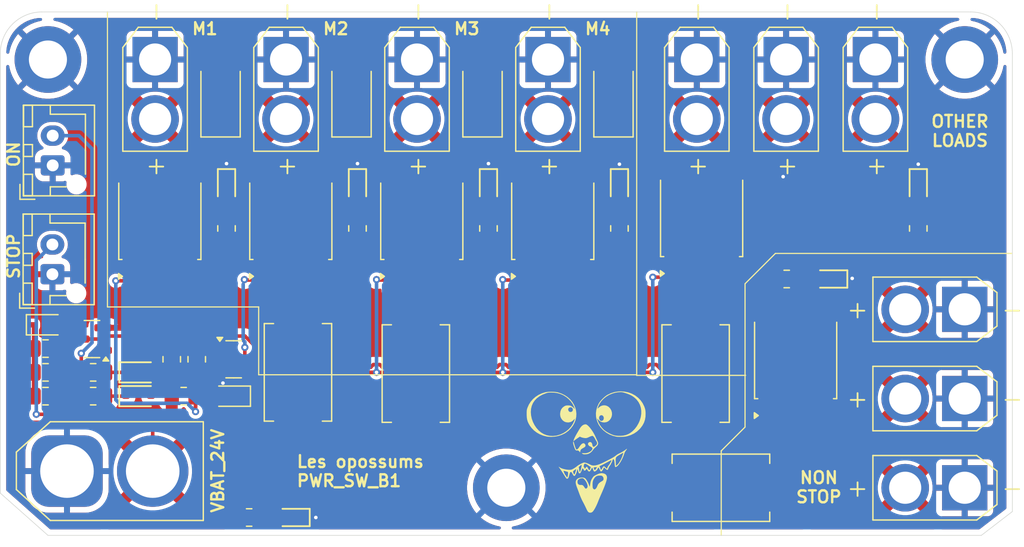
<source format=kicad_pcb>
(kicad_pcb (version 20241229) (generator "pcbnew") (generator_version "9.0")
  (layers (0 "F.Cu" signal) (2 "B.Cu" signal) (13 "F.Paste" user) (15 "B.Paste" user) (5 "F.SilkS" user "F.Silkscreen") (7 "B.SilkS" user "B.Silkscreen") (1 "F.Mask" user) (3 "B.Mask" user) (25 "Edge.Cuts" user))
  (net 0 "")
  (net 1 "Net-(AU101-Pin_2)")
  (net 2 "/STOP")
  (net 3 "Net-(Q101-G)")
  (net 4 "/VMOTOR1")
  (net 5 "/VMOTOR2")
  (net 6 "/VMOTOR3")
  (net 7 "/24V_1")
  (net 8 "/24V_2")
  (net 9 "/VMOTOR4")
  (net 10 "Net-(D108-Pad2)")
  (net 11 "/24V_3")
  (net 12 "VBAT")
  (net 13 "Net-(ON/OFF101-Pin_2)")
  (net 14 "/ON")
  (net 15 "/VSYS1")
  (net 16 "GND")
  (net 17 "/VSYS2")
  (net 18 "/GATE_EN")
  (net 19 "/24V_4")
  (net 20 "Net-(D109-Pad2)")
  (net 21 "Net-(D110-Pad2)")
  (net 22 "Net-(D111-Pad2)")
  (net 23 "Net-(D112-Pad2)")
  (net 24 "Net-(D113-A)")
  (net 25 "Net-(D114-Pad2)")
  (net 26 "Net-(D115-Pad2)")
  (footprint "Resistor_SMD:R_0805_2012Metric_Pad1.20x1.40mm_HandSolder" (layer "F.Cu") (at 166.05 122.45)
    (property "Reference" "R113" (hide yes))
    (property "Value" "10k")
    (pad "1" smd roundrect (at -1 0) (size 1.2 1.4) (layers "F.Cu" "F.Mask" "F.Paste") (roundrect_rratio 0.208333) (net 15 "/VSYS1"))
    (pad "2" smd roundrect (at 1 0) (size 1.2 1.4) (layers "F.Cu" "F.Mask" "F.Paste") (roundrect_rratio 0.208333) (net 23 "Net-(D112-Pad2)"))
  )
  (footprint "Connector_AMASS:AMASS_XT30U-F_1x02_P5.0mm_Vertical" (layer "F.Cu") (at 173.5 104 -90)
    (property "Reference" "xt30-motor107" (hide yes))
    (property "Value" "Conn_01x02_Pin" (hide yes))
    (fp_text user "-" (at -4 0 90) (layer "F.SilkS") (effects (font (size 1.5 1.5))))
    (fp_text user "+" (at 9 0 90) (layer "F.SilkS") (effects (font (size 1.5 1.5))))
    (pad "1" thru_hole rect (at 0 0 270) (size 3.8 3.8) (drill 2.7) (layers "*.Cu" "*.Mask") (net 16 "GND"))
    (pad "2" thru_hole circle (at 5 0 270) (size 4 4) (drill 2.7) (layers "*.Cu" "*.Mask") (net 17 "/VSYS2"))
  )
  (footprint "Diode_SMD:D_SMA" (layer "F.Cu") (at 151.5 107 90)
    (property "Reference" "D107" (hide yes))
    (property "Value" "D")
    (pad "1" smd roundrect (at -2 0 90) (size 2.5 1.8) (layers "F.Cu" "F.Mask" "F.Paste") (roundrect_rratio 0.1388888889) (net 9 "/VMOTOR4"))
    (pad "2" smd roundrect (at 2 0 90) (size 2.5 1.8) (layers "F.Cu" "F.Mask" "F.Paste") (roundrect_rratio 0.1388888889) (net 16 "GND"))
  )
  (footprint "PCM_JLCPCB:D_0603" (layer "F.Cu") (at 169.65 122.45 180)
    (property "Reference" "D112" (hide yes))
    (property "Value" "Red")
    (pad "1" smd roundrect (at -0.79 0 180) (size 0.88 0.95) (layers "F.Cu" "F.Mask" "F.Paste") (net 16 "GND"))
    (pad "2" smd roundrect (at 0.79 0 180) (size 0.88 0.95) (layers "F.Cu" "F.Mask" "F.Paste") (net 23 "Net-(D112-Pad2)"))
  )
  (footprint "Resistor_SMD:R_0805_2012Metric_Pad1.20x1.40mm_HandSolder" (layer "F.Cu") (at 114.4 129.2 90)
    (property "Reference" "R101" (hide yes))
    (property "Value" "10k" (hide yes))
    (pad "1" smd roundrect (at -1 0 90) (size 1.2 1.4) (layers "F.Cu" "F.Mask" "F.Paste") (roundrect_rratio 0.208333) (net 12 "VBAT"))
    (pad "2" smd roundrect (at 1 0 90) (size 1.2 1.4) (layers "F.Cu" "F.Mask" "F.Paste") (roundrect_rratio 0.208333) (net 3 "Net-(Q101-G)"))
  )
  (footprint "Resistor_SMD:R_0805_2012Metric_Pad1.20x1.40mm_HandSolder" (layer "F.Cu") (at 116.5 129.2 -90)
    (property "Reference" "R102" (hide yes))
    (property "Value" "10k")
    (pad "1" smd roundrect (at -1 0 270) (size 1.2 1.4) (layers "F.Cu" "F.Mask" "F.Paste") (roundrect_rratio 0.208333) (net 3 "Net-(Q101-G)"))
    (pad "2" smd roundrect (at 1 0 270) (size 1.2 1.4) (layers "F.Cu" "F.Mask" "F.Paste") (roundrect_rratio 0.208333) (net 16 "GND"))
  )
  (footprint "Fuse:Fuse_Bourns_MF-SM_7.98x5.44mm" (layer "F.Cu") (at 160.525 140)
    (property "Reference" "F104" (hide yes))
    (property "Value" "SMD1812-150C-33V 1812_SERI" (hide yes))
    (pad "1" smd rect (at -3.7 0) (size 2.3 3.1) (layers "F.Cu" "F.Mask" "F.Paste") (net 12 "VBAT"))
    (pad "2" smd rect (at 3.7 0) (size 2.3 3.1) (layers "F.Cu" "F.Mask" "F.Paste") (net 19 "/24V_4"))
  )
  (footprint "Diode_SMD:D_SMA" (layer "F.Cu") (at 118.5 107 90)
    (property "Reference" "D104" (hide yes))
    (property "Value" "D" (hide yes))
    (pad "1" smd roundrect (at -2 0 90) (size 2.5 1.8) (layers "F.Cu" "F.Mask" "F.Paste") (roundrect_rratio 0.1388888889) (net 4 "/VMOTOR1"))
    (pad "2" smd roundrect (at 2 0 90) (size 2.5 1.8) (layers "F.Cu" "F.Mask" "F.Paste") (roundrect_rratio 0.1388888889) (net 16 "GND"))
  )
  (footprint "Resistor_SMD:R_0805_2012Metric_Pad1.20x1.40mm_HandSolder" (layer "F.Cu") (at 107.8 130.3 180)
    (property "Reference" "R107" (hide yes))
    (property "Value" "100R")
    (pad "1" smd roundrect (at -1 0 180) (size 1.2 1.4) (layers "F.Cu" "F.Mask" "F.Paste") (roundrect_rratio 0.208333) (net 14 "/ON"))
    (pad "2" smd roundrect (at 1 0 180) (size 1.2 1.4) (layers "F.Cu" "F.Mask" "F.Paste") (roundrect_rratio 0.208333) (net 13 "Net-(ON/OFF101-Pin_2)"))
  )
  (footprint "MountingHole:MountingHole_3.2mm_M3_DIN965_Pad" (layer "F.Cu") (at 181 104)
    (property "Reference" "H102" (hide yes))
    (property "Value" "MountingHole_Pad" (hide yes))
    (pad "1" thru_hole circle (at 0 0) (size 5.6 5.6) (drill 3.2) (layers "*.Cu" "*.Mask") (net 16 "GND"))
  )
  (footprint "Resistor_SMD:R_0805_2012Metric_Pad1.20x1.40mm_HandSolder" (layer "F.Cu") (at 115.4 132.3)
    (property "Reference" "R104" (hide yes))
    (property "Value" "10k" (hide yes))
    (pad "1" smd roundrect (at -1 0) (size 1.2 1.4) (layers "F.Cu" "F.Mask" "F.Paste") (roundrect_rratio 0.208333) (net 12 "VBAT"))
    (pad "2" smd roundrect (at 1 0) (size 1.2 1.4) (layers "F.Cu" "F.Mask" "F.Paste") (roundrect_rratio 0.208333) (net 18 "/GATE_EN"))
  )
  (footprint "Package_TO_SOT_SMD:SOT-23" (layer "F.Cu") (at 107.7 127.5 180)
    (property "Reference" "Q106" (hide yes))
    (property "Value" "2N7002" (hide yes))
    (pad "1" smd roundrect (at -0.9375 -0.95 180) (size 1.475 0.6) (layers "F.Cu" "F.Mask" "F.Paste") (net 14 "/ON"))
    (pad "2" smd roundrect (at -0.9375 0.95 180) (size 1.475 0.6) (layers "F.Cu" "F.Mask" "F.Paste") (net 16 "GND"))
    (pad "3" smd roundrect (at 0.9375 0 180) (size 1.475 0.6) (layers "F.Cu" "F.Mask" "F.Paste") (net 24 "Net-(D113-A)"))
  )
  (footprint "Resistor_SMD:R_0805_2012Metric_Pad1.20x1.40mm_HandSolder" (layer "F.Cu") (at 103.8 130.3)
    (property "Reference" "R106" (hide yes))
    (property "Value" "10k")
    (pad "1" smd roundrect (at -1 0) (size 1.2 1.4) (layers "F.Cu" "F.Mask" "F.Paste") (roundrect_rratio 0.208333) (net 12 "VBAT"))
    (pad "2" smd roundrect (at 1 0) (size 1.2 1.4) (layers "F.Cu" "F.Mask" "F.Paste") (roundrect_rratio 0.208333) (net 13 "Net-(ON/OFF101-Pin_2)"))
  )
  (footprint "Connector_AMASS:AMASS_XT30U-F_1x02_P5.0mm_Vertical" (layer "F.Cu") (at 124 104 -90)
    (property "Reference" "xt30-motor102" (hide yes))
    (property "Value" "Conn_01x02_Pin" (hide yes))
    (fp_text user "-" (at -4 0 90) (layer "F.SilkS") (effects (font (size 1.5 1.5))))
    (fp_text user "+" (at 9 0 90) (layer "F.SilkS") (effects (font (size 1.5 1.5))))
    (pad "1" thru_hole rect (at 0 0 270) (size 3.8 3.8) (drill 2.7) (layers "*.Cu" "*.Mask") (net 16 "GND"))
    (pad "2" thru_hole circle (at 5 0 270) (size 4 4) (drill 2.7) (layers "*.Cu" "*.Mask") (net 5 "/VMOTOR2"))
  )
  (footprint "PCM_JLCPCB:D_SOD-323" (layer "F.Cu") (at 111.6 132.3)
    (property "Reference" "D102" (hide yes))
    (property "Value" "1N5819WS")
    (pad "1" smd roundrect (at -1.05 0) (size 0.6 0.45) (layers "F.Cu" "F.Mask" "F.Paste") (net 2 "/STOP"))
    (pad "2" smd roundrect (at 1.05 0) (size 0.6 0.45) (layers "F.Cu" "F.Mask" "F.Paste") (net 3 "Net-(Q101-G)"))
  )
  (footprint "PCM_JLCPCB:D_0603" (layer "F.Cu") (at 130 114.7 -90)
    (property "Reference" "D109" (hide yes))
    (property "Value" "Red")
    (pad "1" smd roundrect (at -0.79 0 270) (size 0.88 0.95) (layers "F.Cu" "F.Mask" "F.Paste") (net 16 "GND"))
    (pad "2" smd roundrect (at 0.79 0 270) (size 0.88 0.95) (layers "F.Cu" "F.Mask" "F.Paste") (net 20 "Net-(D109-Pad2)"))
  )
  (footprint "Package_TO_SOT_SMD:TO-252-2" (layer "F.Cu") (at 135.4 117.5 90)
    (property "Reference" "Q104" (hide yes))
    (property "Value" "SM4185" (hide yes))
    (pad "1" smd roundrect (at -5.04 -2.28 90) (size 2.2 1.2) (layers "F.Cu" "F.Mask" "F.Paste") (roundrect_rratio 0.208333) (net 18 "/GATE_EN"))
    (pad "2" smd roundrect (at -0.415 -1.525 90) (size 3.05 2.75) (layers "F.Cu" "F.Paste") (roundrect_rratio 0.090909) (net 6 "/VMOTOR3"))
    (pad "2" smd roundrect (at -0.415 1.525 90) (size 3.05 2.75) (layers "F.Cu" "F.Paste") (roundrect_rratio 0.090909) (net 6 "/VMOTOR3"))
    (pad "2" smd roundrect (at 1.26 0 90) (size 6.4 5.8) (layers "F.Cu" "F.Mask") (roundrect_rratio 0.043103) (net 6 "/VMOTOR3"))
    (pad "2" smd roundrect (at 2.935 -1.525 90) (size 3.05 2.75) (layers "F.Cu" "F.Paste") (roundrect_rratio 0.090909) (net 6 "/VMOTOR3"))
    (pad "2" smd roundrect (at 2.935 1.525 90) (size 3.05 2.75) (layers "F.Cu" "F.Paste") (roundrect_rratio 0.090909) (net 6 "/VMOTOR3"))
    (pad "3" smd roundrect (at -5.04 2.28 90) (size 2.2 1.2) (layers "F.Cu" "F.Mask" "F.Paste") (roundrect_rratio 0.208333) (net 8 "/24V_2"))
  )
  (footprint "Resistor_SMD:R_0805_2012Metric_Pad1.20x1.40mm_HandSolder" (layer "F.Cu") (at 120.9 142.5)
    (property "Reference" "R115" (hide yes))
    (property "Value" "10k")
    (pad "1" smd roundrect (at -1 0) (size 1.2 1.4) (layers "F.Cu" "F.Mask" "F.Paste") (roundrect_rratio 0.208333) (net 12 "VBAT"))
    (pad "2" smd roundrect (at 1 0) (size 1.2 1.4) (layers "F.Cu" "F.Mask" "F.Paste") (roundrect_rratio 0.208333) (net 26 "Net-(D115-Pad2)"))
  )
  (footprint "Fuse:Fuse_Bourns_MF-SM_7.98x5.44mm" (layer "F.Cu") (at 158.4 130.4 90)
    (property "Reference" "F103" (hide yes))
    (property "Value" "SMD1812-150C-33V 1812_SERI" (hide yes))
    (pad "1" smd rect (at -3.7 0 90) (size 2.3 3.1) (layers "F.Cu" "F.Mask" "F.Paste") (net 12 "VBAT"))
    (pad "2" smd rect (at 3.7 0 90) (size 2.3 3.1) (layers "F.Cu" "F.Mask" "F.Paste") (net 11 "/24V_3"))
  )
  (footprint "PCM_JLCPCB:D_0603" (layer "F.Cu") (at 141 114.7 -90)
    (property "Reference" "D110" (hide yes))
    (property "Value" "Red")
    (pad "1" smd roundrect (at -0.79 0 270) (size 0.88 0.95) (layers "F.Cu" "F.Mask" "F.Paste") (net 16 "GND"))
    (pad "2" smd roundrect (at 0.79 0 270) (size 0.88 0.95) (layers "F.Cu" "F.Mask" "F.Paste") (net 21 "Net-(D110-Pad2)"))
  )
  (footprint "Package_TO_SOT_SMD:TO-252-2" (layer "F.Cu") (at 166.8 129.2 90)
    (property "Reference" "Q108" (hide yes))
    (property "Value" "SM4185" (hide yes))
    (pad "1" smd roundrect (at -5.04 -2.28 90) (size 2.2 1.2) (layers "F.Cu" "F.Mask" "F.Paste") (roundrect_rratio 0.208333) (net 24 "Net-(D113-A)"))
    (pad "2" smd roundrect (at -0.415 -1.525 90) (size 3.05 2.75) (layers "F.Cu" "F.Paste") (roundrect_rratio 0.090909) (net 15 "/VSYS1"))
    (pad "2" smd roundrect (at -0.415 1.525 90) (size 3.05 2.75) (layers "F.Cu" "F.Paste") (roundrect_rratio 0.090909) (net 15 "/VSYS1"))
    (pad "2" smd roundrect (at 1.26 0 90) (size 6.4 5.8) (layers "F.Cu" "F.Mask") (roundrect_rratio 0.043103) (net 15 "/VSYS1"))
    (pad "2" smd roundrect (at 2.935 -1.525 90) (size 3.05 2.75) (layers "F.Cu" "F.Paste") (roundrect_rratio 0.090909) (net 15 "/VSYS1"))
    (pad "2" smd roundrect (at 2.935 1.525 90) (size 3.05 2.75) (layers "F.Cu" "F.Paste") (roundrect_rratio 0.090909) (net 15 "/VSYS1"))
    (pad "3" smd roundrect (at -5.04 2.28 90) (size 2.2 1.2) (layers "F.Cu" "F.Mask" "F.Paste") (roundrect_rratio 0.208333) (net 19 "/24V_4"))
  )
  (footprint "Connector_AMASS:AMASS_XT30U-F_1x02_P5.0mm_Vertical" (layer "F.Cu") (at 158.5 104 -90)
    (property "Reference" "xt30-motor106" (hide yes))
    (property "Value" "Conn_01x02_Pin" (hide yes))
    (fp_text user "-" (at -4 0 90) (layer "F.SilkS") (effects (font (size 1.5 1.5))))
    (fp_text user "+" (at 9 0 90) (layer "F.SilkS") (effects (font (size 1.5 1.5))))
    (pad "1" thru_hole rect (at 0 0 270) (size 3.8 3.8) (drill 2.7) (layers "*.Cu" "*.Mask") (net 16 "GND"))
    (pad "2" thru_hole circle (at 5 0 270) (size 4 4) (drill 2.7) (layers "*.Cu" "*.Mask") (net 17 "/VSYS2"))
  )
  (footprint "Diode_SMD:D_SOD-323" (layer "F.Cu") (at 103.8 126.3)
    (property "Reference" "D113" (hide yes))
    (property "Value" "BZT52C15S" (hide yes))
    (pad "1" smd roundrect (at -1.05 0) (size 0.6 0.45) (layers "F.Cu" "F.Mask" "F.Paste") (net 12 "VBAT"))
    (pad "2" smd roundrect (at 1.05 0) (size 0.6 0.45) (layers "F.Cu" "F.Mask" "F.Paste") (net 24 "Net-(D113-A)"))
  )
  (footprint "PCM_JLCPCB:D_0603" (layer "F.Cu") (at 124.5 142.5 180)
    (property "Reference" "D115" (hide yes))
    (property "Value" "Red")
    (pad "1" smd roundrect (at -0.79 0 180) (size 0.88 0.95) (layers "F.Cu" "F.Mask" "F.Paste") (net 16 "GND"))
    (pad "2" smd roundrect (at 0.79 0 180) (size 0.88 0.95) (layers "F.Cu" "F.Mask" "F.Paste") (net 26 "Net-(D115-Pad2)"))
  )
  (footprint "Package_TO_SOT_SMD:TO-252-2" (layer "F.Cu") (at 113.4 117.5 90)
    (property "Reference" "Q102" (hide yes))
    (property "Value" "SM4185" (hide yes))
    (pad "1" smd roundrect (at -5.04 -2.28 90) (size 2.2 1.2) (layers "F.Cu" "F.Mask" "F.Paste") (roundrect_rratio 0.208333) (net 18 "/GATE_EN"))
    (pad "2" smd roundrect (at -0.415 -1.525 90) (size 3.05 2.75) (layers "F.Cu" "F.Paste") (roundrect_rratio 0.090909) (net 4 "/VMOTOR1"))
    (pad "2" smd roundrect (at -0.415 1.525 90) (size 3.05 2.75) (layers "F.Cu" "F.Paste") (roundrect_rratio 0.090909) (net 4 "/VMOTOR1"))
    (pad "2" smd roundrect (at 1.26 0 90) (size 6.4 5.8) (layers "F.Cu" "F.Mask") (roundrect_rratio 0.043103) (net 4 "/VMOTOR1"))
    (pad "2" smd roundrect (at 2.935 -1.525 90) (size 3.05 2.75) (layers "F.Cu" "F.Paste") (roundrect_rratio 0.090909) (net 4 "/VMOTOR1"))
    (pad "2" smd roundrect (at 2.935 1.525 90) (size 3.05 2.75) (layers "F.Cu" "F.Paste") (roundrect_rratio 0.090909) (net 4 "/VMOTOR1"))
    (pad "3" smd roundrect (at -5.04 2.28 90) (size 2.2 1.2) (layers "F.Cu" "F.Mask" "F.Paste") (roundrect_rratio 0.208333) (net 7 "/24V_1"))
  )
  (footprint "Resistor_SMD:R_0805_2012Metric_Pad1.20x1.40mm_HandSolder" (layer "F.Cu") (at 152 118.2 90)
    (property "Reference" "R111" (hide yes))
    (property "Value" "10k")
    (pad "1" smd roundrect (at -1 0 90) (size 1.2 1.4) (layers "F.Cu" "F.Mask" "F.Paste") (roundrect_rratio 0.208333) (net 9 "/VMOTOR4"))
    (pad "2" smd roundrect (at 1 0 90) (size 1.2 1.4) (layers "F.Cu" "F.Mask" "F.Paste") (roundrect_rratio 0.208333) (net 22 "Net-(D111-Pad2)"))
  )
  (footprint "Diode_SMD:D_SMA" (layer "F.Cu") (at 140.5 107 90)
    (property "Reference" "D106" (hide yes))
    (property "Value" "D")
    (pad "1" smd roundrect (at -2 0 90) (size 2.5 1.8) (layers "F.Cu" "F.Mask" "F.Paste") (roundrect_rratio 0.1388888889) (net 6 "/VMOTOR3"))
    (pad "2" smd roundrect (at 2 0 90) (size 2.5 1.8) (layers "F.Cu" "F.Mask" "F.Paste") (roundrect_rratio 0.1388888889) (net 16 "GND"))
  )
  (footprint "Package_TO_SOT_SMD:TO-252-2" (layer "F.Cu") (at 146.4 117.5 90)
    (property "Reference" "Q105" (hide yes))
    (property "Value" "SM4185" (hide yes))
    (pad "1" smd roundrect (at -5.04 -2.28 90) (size 2.2 1.2) (layers "F.Cu" "F.Mask" "F.Paste") (roundrect_rratio 0.208333) (net 18 "/GATE_EN"))
    (pad "2" smd roundrect (at -0.415 -1.525 90) (size 3.05 2.75) (layers "F.Cu" "F.Paste") (roundrect_rratio 0.090909) (net 9 "/VMOTOR4"))
    (pad "2" smd roundrect (at -0.415 1.525 90) (size 3.05 2.75) (layers "F.Cu" "F.Paste") (roundrect_rratio 0.090909) (net 9 "/VMOTOR4"))
    (pad "2" smd roundrect (at 1.26 0 90) (size 6.4 5.8) (layers "F.Cu" "F.Mask") (roundrect_rratio 0.043103) (net 9 "/VMOTOR4"))
    (pad "2" smd roundrect (at 2.935 -1.525 90) (size 3.05 2.75) (layers "F.Cu" "F.Paste") (roundrect_rratio 0.090909) (net 9 "/VMOTOR4"))
    (pad "2" smd roundrect (at 2.935 1.525 90) (size 3.05 2.75) (layers "F.Cu" "F.Paste") (roundrect_rratio 0.090909) (net 9 "/VMOTOR4"))
    (pad "3" smd roundrect (at -5.04 2.28 90) (size 2.2 1.2) (layers "F.Cu" "F.Mask" "F.Paste") (roundrect_rratio 0.208333) (net 8 "/24V_2"))
  )
  (footprint "Connector_AMASS:AMASS_XT30U-F_1x02_P5.0mm_Vertical" (layer "F.Cu") (at 181 132.5 180)
    (property "Reference" "xt30-female102" (hide yes))
    (property "Value" "Conn_01x02_Pin" (hide yes))
    (fp_text user "-" (at -4 0 180) (layer "F.SilkS") (effects (font (size 1.5 1.5))))
    (fp_text user "+" (at 9 0 180) (layer "F.SilkS") (effects (font (size 1.5 1.5))))
    (pad "1" thru_hole rect (at 0 0 180) (size 3.8 3.8) (drill 2.7) (layers "*.Cu" "*.Mask") (net 16 "GND"))
    (pad "2" thru_hole circle (at 5 0 180) (size 4 4) (drill 2.7) (layers "*.Cu" "*.Mask") (net 15 "/VSYS1"))
  )
  (footprint "Connector_AMASS:AMASS_XT30U-F_1x02_P5.0mm_Vertical" (layer "F.Cu") (at 113 104 -90)
    (property "Reference" "xt30-motor101" (hide yes))
    (property "Value" "Conn_01x02_Pin" (hide yes))
    (fp_text user "+" (at 9 0 90) (layer "F.SilkS") (effects (font (size 1.5 1.5))))
    (fp_text user "-" (at -4 0 90) (layer "F.SilkS") (effects (font (size 1.5 1.5))))
    (pad "1" thru_hole rect (at 0 0 270) (size 3.8 3.8) (drill 2.7) (layers "*.Cu" "*.Mask") (net 16 "GND"))
    (pad "2" thru_hole circle (at 5 0 270) (size 4 4) (drill 2.7) (layers "*.Cu" "*.Mask") (net 4 "/VMOTOR1"))
  )
  (footprint "Connector_AMASS:AMASS_XT30U-F_1x02_P5.0mm_Vertical" (layer "F.Cu") (at 181 125 180)
    (property "Reference" "xt30-female103" (hide yes))
    (property "Value" "Conn_01x02_Pin" (hide yes))
    (fp_text user "-" (at -4 0 180) (layer "F.SilkS") (effects (font (size 1.5 1.5))))
    (fp_text user "+" (at 9 0 180) (layer "F.SilkS") (effects (font (size 1.5 1.5))))
    (pad "1" thru_hole rect (at 0 0 180) (size 3.8 3.8) (drill 2.7) (layers "*.Cu" "*.Mask") (net 16 "GND"))
    (pad "2" thru_hole circle (at 5 0 180) (size 4 4) (drill 2.7) (layers "*.Cu" "*.Mask") (net 15 "/VSYS1"))
  )
  (footprint "Fuse:Fuse_Bourns_MF-SM_7.98x5.44mm" (layer "F.Cu") (at 125 130.3 90)
    (property "Reference" "F102" (hide yes))
    (property "Value" "SMD1812-150C-33V 1812_SERI" (hide yes))
    (pad "1" smd rect (at -3.7 0 90) (size 2.3 3.1) (layers "F.Cu" "F.Mask" "F.Paste") (net 12 "VBAT"))
    (pad "2" smd rect (at 3.7 0 90) (size 2.3 3.1) (layers "F.Cu" "F.Mask" "F.Paste") (net 7 "/24V_1"))
  )
  (footprint "Package_TO_SOT_SMD:TO-252-2" (layer "F.Cu") (at 124.4 117.5 90)
    (property "Reference" "Q103" (hide yes))
    (property "Value" "SM4185" (hide yes))
    (pad "1" smd roundrect (at -5.04 -2.28 90) (size 2.2 1.2) (layers "F.Cu" "F.Mask" "F.Paste") (roundrect_rratio 0.208333) (net 18 "/GATE_EN"))
    (pad "2" smd roundrect (at -0.415 -1.525 90) (size 3.05 2.75) (layers "F.Cu" "F.Paste") (roundrect_rratio 0.090909) (net 5 "/VMOTOR2"))
    (pad "2" smd roundrect (at -0.415 1.525 90) (size 3.05 2.75) (layers "F.Cu" "F.Paste") (roundrect_rratio 0.090909) (net 5 "/VMOTOR2"))
    (pad "2" smd roundrect (at 1.26 0 90) (size 6.4 5.8) (layers "F.Cu" "F.Mask") (roundrect_rratio 0.043103) (net 5 "/VMOTOR2"))
    (pad "2" smd roundrect (at 2.935 -1.525 90) (size 3.05 2.75) (layers "F.Cu" "F.Paste") (roundrect_rratio 0.090909) (net 5 "/VMOTOR2"))
    (pad "2" smd roundrect (at 2.935 1.525 90) (size 3.05 2.75) (layers "F.Cu" "F.Paste") (roundrect_rratio 0.090909) (net 5 "/VMOTOR2"))
    (pad "3" smd roundrect (at -5.04 2.28 90) (size 2.2 1.2) (layers "F.Cu" "F.Mask" "F.Paste") (roundrect_rratio 0.208333) (net 7 "/24V_1"))
  )
  (footprint "Resistor_SMD:R_0805_2012Metric_Pad1.20x1.40mm_HandSolder" (layer "F.Cu") (at 119 118.2 90)
    (property "Reference" "R108" (hide yes))
    (property "Value" "10k")
    (pad "1" smd roundrect (at -1 0 90) (size 1.2 1.4) (layers "F.Cu" "F.Mask" "F.Paste") (roundrect_rratio 0.208333) (net 4 "/VMOTOR1"))
    (pad "2" smd roundrect (at 1 0 90) (size 1.2 1.4) (layers "F.Cu" "F.Mask" "F.Paste") (roundrect_rratio 0.208333) (net 10 "Net-(D108-Pad2)"))
  )
  (footprint "Diode_SMD:D_SMA" (layer "F.Cu") (at 129.5 107 90)
    (property "Reference" "D105" (hide yes))
    (property "Value" "D")
    (pad "1" smd roundrect (at -2 0 90) (size 2.5 1.8) (layers "F.Cu" "F.Mask" "F.Paste") (roundrect_rratio 0.1388888889) (net 5 "/VMOTOR2"))
    (pad "2" smd roundrect (at 2 0 90) (size 2.5 1.8) (layers "F.Cu" "F.Mask" "F.Paste") (roundrect_rratio 0.1388888889) (net 16 "GND"))
  )
  (footprint "Connector_AMASS:AMASS_XT30U-F_1x02_P5.0mm_Vertical" (layer "F.Cu") (at 166 104 -90)
    (property "Reference" "xt30-motor105" (hide yes))
    (property "Value" "Conn_01x02_Pin" (hide yes))
    (fp_text user "+" (at 9 0 90) (layer "F.SilkS") (effects (font (size 1.5 1.5))))
    (fp_text user "-" (at -4 0 90) (layer "F.SilkS") (effects (font (size 1.5 1.5))))
    (pad "1" thru_hole rect (at 0 0 270) (size 3.8 3.8) (drill 2.7) (layers "*.Cu" "*.Mask") (net 16 "GND"))
    (pad "2" thru_hole circle (at 5 0 270) (size 4 4) (drill 2.7) (layers "*.Cu" "*.Mask") (net 17 "/VSYS2"))
  )
  (footprint "MountingHole:MountingHole_3.2mm_M3_DIN965_Pad" (layer "F.Cu") (at 104 104 90)
    (property "Reference" "H103" (hide yes))
    (property "Value" "MountingHole_Pad" (hide yes))
    (pad "1" thru_hole circle (at 0 0 90) (size 5.6 5.6) (drill 3.2) (layers "*.Cu" "*.Mask") (net 16 "GND"))
  )
  (footprint "Resistor_SMD:R_0805_2012Metric_Pad1.20x1.40mm_HandSolder" (layer "F.Cu") (at 177.1 118.2 90)
    (property "Reference" "R114" (hide yes))
    (property "Value" "10k")
    (pad "1" smd roundrect (at -1 0 90) (size 1.2 1.4) (layers "F.Cu" "F.Mask" "F.Paste") (roundrect_rratio 0.208333) (net 17 "/VSYS2"))
    (pad "2" smd roundrect (at 1 0 90) (size 1.2 1.4) (layers "F.Cu" "F.Mask" "F.Paste") (roundrect_rratio 0.208333) (net 25 "Net-(D114-Pad2)"))
  )
  (footprint "Resistor_SMD:R_0805_2012Metric_Pad1.20x1.40mm_HandSolder" (layer "F.Cu") (at 130 118.2 90)
    (property "Reference" "R109" (hide yes))
    (property "Value" "10k")
    (pad "1" smd roundrect (at -1 0 90) (size 1.2 1.4) (layers "F.Cu" "F.Mask" "F.Paste") (roundrect_rratio 0.208333) (net 5 "/VMOTOR2"))
    (pad "2" smd roundrect (at 1 0 90) (size 1.2 1.4) (layers "F.Cu" "F.Mask" "F.Paste") (roundrect_rratio 0.208333) (net 20 "Net-(D109-Pad2)"))
  )
  (footprint "Connector_AMASS:AMASS_XT30U-F_1x02_P5.0mm_Vertical" (layer "F.Cu") (at 146 104 -90)
    (property "Reference" "xt30-motor104" (hide yes))
    (property "Value" "Conn_01x02_Pin" (hide yes))
    (fp_text user "+" (at 9 0 90) (layer "F.SilkS") (effects (font (size 1.5 1.5))))
    (fp_text user "-" (at -4 0 90) (layer "F.SilkS") (effects (font (size 1.5 1.5))))
    (pad "1" thru_hole rect (at 0 0 270) (size 3.8 3.8) (drill 2.7) (layers "*.Cu" "*.Mask") (net 16 "GND"))
    (pad "2" thru_hole circle (at 5 0 270) (size 4 4) (drill 2.7) (layers "*.Cu" "*.Mask") (net 9 "/VMOTOR4"))
  )
  (footprint "Resistor_SMD:R_0805_2012Metric_Pad1.20x1.40mm_HandSolder" (layer "F.Cu") (at 103.8 132.3)
    (property "Reference" "R103" (hide yes))
    (property "Value" "10k")
    (pad "1" smd roundrect (at -1 0) (size 1.2 1.4) (layers "F.Cu" "F.Mask" "F.Paste") (roundrect_rratio 0.208333) (net 12 "VBAT"))
    (pad "2" smd roundrect (at 1 0) (size 1.2 1.4) (layers "F.Cu" "F.Mask" "F.Paste") (roundrect_rratio 0.208333) (net 1 "Net-(AU101-Pin_2)"))
  )
  (footprint "Connector_AMASS:AMASS_XT60-M_1x02_P7.20mm_Vertical" (layer "F.Cu") (at 105.6 138.6)
    (property "Reference" "J101" (hide yes))
    (property "Value" "Conn_01x02_Pin" (hide yes))
    (pad "1" thru_hole roundrect (at 0 0) (size 6 6) (drill 4.5) (layers "*.Cu" "*.Mask") (net 16 "GND"))
    (pad "2" thru_hole circle (at 7.2 0) (size 6 6) (drill 4.5) (layers "*.Cu" "*.Mask") (net 12 "VBAT"))
  )
  (footprint "Package_TO_SOT_SMD:TO-252-2" (layer "F.Cu") (at 158.9025 117.26 90)
    (property "Reference" "Q107" (hide yes))
    (property "Value" "SM4185" (hide yes))
    (pad "1" smd roundrect (at -5.04 -2.28 90) (size 2.2 1.2) (layers "F.Cu" "F.Mask" "F.Paste") (roundrect_rratio 0.208333) (net 18 "/GATE_EN"))
    (pad "2" smd roundrect (at -0.415 -1.525 90) (size 3.05 2.75) (layers "F.Cu" "F.Paste") (roundrect_rratio 0.090909) (net 17 "/VSYS2"))
    (pad "2" smd roundrect (at -0.415 1.525 90) (size 3.05 2.75) (layers "F.Cu" "F.Paste") (roundrect_rratio 0.090909) (net 17 "/VSYS2"))
    (pad "2" smd roundrect (at 1.26 0 90) (size 6.4 5.8) (layers "F.Cu" "F.Mask") (roundrect_rratio 0.043103) (net 17 "/VSYS2"))
    (pad "2" smd roundrect (at 2.935 -1.525 90) (size 3.05 2.75) (layers "F.Cu" "F.Paste") (roundrect_rratio 0.090909) (net 17 "/VSYS2"))
    (pad "2" smd roundrect (at 2.935 1.525 90) (size 3.05 2.75) (layers "F.Cu" "F.Paste") (roundrect_rratio 0.090909) (net 17 "/VSYS2"))
    (pad "3" smd roundrect (at -5.04 2.28 90) (size 2.2 1.2) (layers "F.Cu" "F.Mask" "F.Paste") (roundrect_rratio 0.208333) (net 11 "/24V_3"))
  )
  (footprint "Connector_JST:JST_XH_B2B-XH-AM_1x02_P2.50mm_Vertical" (layer "F.Cu") (at 104.4 112.9 90)
    (property "Reference" "ON/OFF101" (hide yes))
    (property "Value" "Conn_01x02_Pin" (hide yes))
    (pad "" np_thru_hole circle (at -1.6 2 90) (size 1.2 1.2) (drill 1.2) (layers "*.Cu" "*.Mask"))
    (pad "1" thru_hole roundrect (at 0 0 90) (size 1.7 2) (drill 1) (layers "*.Cu" "*.Mask") (roundrect_rratio 0.147059) (net 16 "GND"))
    (pad "2" thru_hole oval (at 2.5 0 90) (size 1.7 2) (drill 1) (layers "*.Cu" "*.Mask") (net 13 "Net-(ON/OFF101-Pin_2)"))
  )
  (footprint "Connector_AMASS:AMASS_XT30U-F_1x02_P5.0mm_Vertical" (layer "F.Cu") (at 135 104 -90)
    (property "Reference" "xt30-motor103" (hide yes))
    (property "Value" "Conn_01x02_Pin" (hide yes))
    (fp_text user "+" (at 9 0 90) (layer "F.SilkS") (effects (font (size 1.5 1.5))))
    (fp_text user "-" (at -4 0 90) (layer "F.SilkS") (effects (font (size 1.5 1.5))))
    (pad "1" thru_hole rect (at 0 0 270) (size 3.8 3.8) (drill 2.7) (layers "*.Cu" "*.Mask") (net 16 "GND"))
    (pad "2" thru_hole circle (at 5 0 270) (size 4 4) (drill 2.7) (layers "*.Cu" "*.Mask") (net 6 "/VMOTOR3"))
  )
  (footprint "LOGO" (layer "F.Cu") (at 149.2 137)
    (property "Reference" "G***" (hide yes))
    (property "Value" "LOGO" (hide yes))
  )
  (footprint "Diode_SMD:D_SOD-323" (layer "F.Cu") (at 119.4 132.3 180)
    (property "Reference" "D103" (hide yes))
    (property "Value" "BZT52C15S" (hide yes))
    (pad "1" smd roundrect (at -1.05 0 180) (size 0.6 0.45) (layers "F.Cu" "F.Mask" "F.Paste") (net 12 "VBAT"))
    (pad "2" smd roundrect (at 1.05 0 180) (size 0.6 0.45) (layers "F.Cu" "F.Mask" "F.Paste") (net 18 "/GATE_EN"))
  )
  (footprint "Resistor_SMD:R_0805_2012Metric_Pad1.20x1.40mm_HandSolder" (layer "F.Cu") (at 141 118.2 90)
    (property "Reference" "R110" (hide yes))
    (property "Value" "10k")
    (pad "1" smd roundrect (at -1 0 90) (size 1.2 1.4) (layers "F.Cu" "F.Mask" "F.Paste") (roundrect_rratio 0.208333) (net 6 "/VMOTOR3"))
    (pad "2" smd roundrect (at 1 0 90) (size 1.2 1.4) (layers "F.Cu" "F.Mask" "F.Paste") (roundrect_rratio 0.208333) (net 21 "Net-(D110-Pad2)"))
  )
  (footprint "PCM_JLCPCB:D_SOD-323" (layer "F.Cu") (at 111.6 130.3)
    (property "Reference" "D101" (hide yes))
    (property "Value" "1N5819WS")
    (pad "1" smd roundrect (at -1.05 0) (size 0.6 0.45) (layers "F.Cu" "F.Mask" "F.Paste") (net 14 "/ON"))
    (pad "2" smd roundrect (at 1.05 0) (size 0.6 0.45) (layers "F.Cu" "F.Mask" "F.Paste") (net 3 "Net-(Q101-G)"))
  )
  (footprint "MountingHole:MountingHole_3.2mm_M3_DIN965_Pad" (layer "F.Cu") (at 142.5 140)
    (property "Reference" "H101" (hide yes))
    (property "Value" "MountingHole_Pad" (hide yes))
    (pad "1" thru_hole circle (at 0 0) (size 5.6 5.6) (drill 3.2) (layers "*.Cu" "*.Mask") (net 16 "GND"))
  )
  (footprint "Connector_JST:JST_XH_B2B-XH-AM_1x02_P2.50mm_Vertical" (layer "F.Cu") (at 104.375 122.05 90)
    (property "Reference" "AU101" (hide yes))
    (property "Value" "Conn_01x02_Pin" (hide yes))
    (pad "" np_thru_hole circle (at -1.6 2 90) (size 1.2 1.2) (drill 1.2) (layers "*.Cu" "*.Mask"))
    (pad "1" thru_hole roundrect (at 0 0 90) (size 1.7 2) (drill 1) (layers "*.Cu" "*.Mask") (roundrect_rratio 0.147059) (net 16 "GND"))
    (pad "2" thru_hole oval (at 2.5 0 90) (size 1.7 2) (drill 1) (layers "*.Cu" "*.Mask") (net 1 "Net-(AU101-Pin_2)"))
  )
  (footprint "Package_TO_SOT_SMD:SOT-23" (layer "F.Cu") (at 119.6 129.2)
    (property "Reference" "Q101" (hide yes))
    (property "Value" "2N7002" (hide yes))
    (pad "1" smd roundrect (at -0.9375 -0.95) (size 1.475 0.6) (layers "F.Cu" "F.Mask" "F.Paste") (net 3 "Net-(Q101-G)"))
    (pad "2" smd roundrect (at -0.9375 0.95) (size 1.475 0.6) (layers "F.Cu" "F.Mask" "F.Paste") (net 16 "GND"))
    (pad "3" smd roundrect (at 0.9375 0) (size 1.475 0.6) (layers "F.Cu" "F.Mask" "F.Paste") (net 18 "/GATE_EN"))
  )
  (footprint "PCM_JLCPCB:D_0603" (layer "F.Cu") (at 177.1 114.7 -90)
    (property "Reference" "D114" (hide yes))
    (property "Value" "Red")
    (pad "1" smd roundrect (at -0.79 0 270) (size 0.88 0.95) (layers "F.Cu" "F.Mask" "F.Paste") (net 16 "GND"))
    (pad "2" smd roundrect (at 0.79 0 270) (size 0.88 0.95) (layers "F.Cu" "F.Mask" "F.Paste") (net 25 "Net-(D114-Pad2)"))
  )
  (footprint "Fuse:Fuse_Bourns_MF-SM_7.98x5.44mm" (layer "F.Cu") (at 134.9 130.4 90)
    (property "Reference" "F101" (hide yes))
    (property "Value" "SMD1812-150C-33V 1812_SERI" (hide yes))
    (pad "1" smd rect (at -3.7 0 90) (size 2.3 3.1) (layers "F.Cu" "F.Mask" "F.Paste") (net 12 "VBAT"))
    (pad "2" smd rect (at 3.7 0 90) (size 2.3 3.1) (layers "F.Cu" "F.Mask" "F.Paste") (net 8 "/24V_2"))
  )
  (footprint "Connector_AMASS:AMASS_XT30U-F_1x02_P5.0mm_Vertical" (layer "F.Cu") (at 181 140 180)
    (property "Reference" "xt30-female101" (hide yes))
    (property "Value" "Conn_01x02_Pin" (hide yes))
    (fp_text user "+" (at 9 0 180) (layer "F.SilkS") (effects (font (size 1.5 1.5))))
    (fp_text user "-" (at -4 0 180) (layer "F.SilkS") (effects (font (size 1.5 1.5))))
    (pad "1" thru_hole rect (at 0 0 180) (size 3.8 3.8) (drill 2.7) (layers "*.Cu" "*.Mask") (net 16 "GND"))
    (pad "2" thru_hole circle (at 5 0 180) (size 4 4) (drill 2.7) (layers "*.Cu" "*.Mask") (net 15 "/VSYS1"))
  )
  (footprint "PCM_JLCPCB:D_0603" (layer "F.Cu") (at 119 114.7 -90)
    (property "Reference" "D108" (hide yes))
    (property "Value" "Red")
    (pad "1" smd roundrect (at -0.79 0 270) (size 0.88 0.95) (layers "F.Cu" "F.Mask" "F.Paste") (net 16 "GND"))
    (pad "2" smd roundrect (at 0.79 0 270) (size 0.88 0.95) (layers "F.Cu" "F.Mask" "F.Paste") (net 10 "Net-(D108-Pad2)"))
  )
  (footprint "Resistor_SMD:R_0805_2012Metric_Pad1.20x1.40mm_HandSolder" (layer "F.Cu") (at 103.8 128.3)
    (property "Reference" "R112" (hide yes))
    (property "Value" "10k" (hide yes))
    (pad "1" smd roundrect (at -1 0) (size 1.2 1.4) (layers "F.Cu" "F.Mask" "F.Paste") (roundrect_rratio 0.208333) (net 12 "VBAT"))
    (pad "2" smd roundrect (at 1 0) (size 1.2 1.4) (layers "F.Cu" "F.Mask" "F.Paste") (roundrect_rratio 0.208333) (net 24 "Net-(D113-A)"))
  )
  (footprint "Resistor_SMD:R_0805_2012Metric_Pad1.20x1.40mm_HandSolder" (layer "F.Cu") (at 107.8 132.3 180)
    (property "Reference" "R105" (hide yes))
    (property "Value" "100R")
    (pad "1" smd roundrect (at -1 0 180) (size 1.2 1.4) (layers "F.Cu" "F.Mask" "F.Paste") (roundrect_rratio 0.208333) (net 2 "/STOP"))
    (pad "2" smd roundrect (at 1 0 180) (size 1.2 1.4) (layers "F.Cu" "F.Mask" "F.Paste") (roundrect_rratio 0.208333) (net 1 "Net-(AU101-Pin_2)"))
  )
  (footprint "PCM_JLCPCB:D_0603" (layer "F.Cu") (at 152 114.7 -90)
    (property "Reference" "D111" (hide yes))
    (property "Value" "Red")
    (pad "1" smd roundrect (at -0.79 0 270) (size 0.88 0.95) (layers "F.Cu" "F.Mask" "F.Paste") (net 16 "GND"))
    (pad "2" smd roundrect (at 0.79 0 270) (size 0.88 0.95) (layers "F.Cu" "F.Mask" "F.Paste") (net 22 "Net-(D111-Pad2)"))
  )
  (footprint "LOGO" (layer "B.Cu") (at 149.2 137 180)
    (property "Reference" "G***" (hide yes))
    (property "Value" "LOGO" (hide yes))
  )
  (gr_line (start 160.55 144) (end 160.55 136.9) (stroke (width 0.1)) (layer "F.SilkS"))
  (gr_line (start 109 124.8) (end 109 100) (stroke (width 0.1)) (layer "F.SilkS"))
  (gr_line (start 121.7 124.8) (end 109 124.8) (stroke (width 0.1)) (layer "F.SilkS"))
  (gr_line (start 153.45 130.5) (end 121.7 130.5) (stroke (width 0.1)) (layer "F.SilkS"))
  (gr_line (start 153.45 130.55) (end 153.45 100) (stroke (width 0.1)) (layer "F.SilkS"))
  (gr_line (start 121.7 130.5) (end 121.7 124.8) (stroke (width 0.1)) (layer "F.SilkS"))
  (gr_line (start 162.55 134.9) (end 162.55 122.85) (stroke (width 0.1)) (layer "F.SilkS"))
  (gr_line (start 165.1 120.3) (end 184.95 120.3) (stroke (width 0.1)) (layer "F.SilkS"))
  (gr_line (start 162.6 130.55) (end 153.45 130.55) (stroke (width 0.1)) (layer "F.SilkS"))
  (gr_line (start 160.55 136.9) (end 162.55 134.9) (stroke (width 0.1)) (layer "F.SilkS"))
  (gr_line (start 162.55 122.85) (end 165.1 120.3) (stroke (width 0.1)) (layer "F.SilkS"))
  (gr_line (start 100 103.5) (end 100 140.45) (stroke (width 0.05)) (layer "Edge.Cuts"))
  (gr_line (start 185 142) (end 185 103.5) (stroke (width 0.05)) (layer "Edge.Cuts"))
  (gr_line (start 103.5 100) (end 181.5 100) (stroke (width 0.05)) (layer "Edge.Cuts"))
  (gr_line (start 182.4 144) (end 104 144) (stroke (width 0.05)) (layer "Edge.Cuts"))
  (gr_arc (start 181.5 100) (mid 183.974874 101.025126) (end 185 103.5) (stroke (width 0.05)) (layer "Edge.Cuts"))
  (gr_line (start 104 144) (end 100 140.45) (stroke (width 0.05)) (layer "Edge.Cuts"))
  (gr_arc (start 100 103.5) (mid 101.025126 101.025126) (end 103.5 100) (stroke (width 0.05)) (layer "Edge.Cuts"))
  (gr_line (start 185 142) (end 182.4 144) (stroke (width 0.05)) (layer "Edge.Cuts"))
  (gr_text "STOP" (at 101.7 122.55 90) (layer "F.SilkS") (effects (font (size 1 1) (thickness 0.2) (bold yes)) (justify left bottom)))
  (gr_text "VBAT_24V" (at 118.85 142.2 90) (layer "F.SilkS") (effects (font (size 1 1) (thickness 0.2) (bold yes)) (justify left bottom)))
  (gr_text "ON" (at 101.7 113.15 90) (layer "F.SilkS") (effects (font (size 1 1) (thickness 0.2) (bold yes)) (justify left bottom)))
  (gr_text "M3" (at 138 102 0) (layer "F.SilkS") (effects (font (size 1 1) (thickness 0.2) (bold yes)) (justify left bottom)))
  (gr_text "Les opossums\nPWR_SW_B1" (at 124.8 140 0) (layer "F.SilkS") (effects (font (size 1 1) (thickness 0.2) (bold yes)) (justify left bottom)))
  (gr_text "M1" (at 116 102 0) (layer "F.SilkS") (effects (font (size 1 1) (thickness 0.2) (bold yes)) (justify left bottom)))
  (gr_text "NON\nSTOP" (at 168.75 141.35 0) (layer "F.SilkS") (effects (font (size 1 1) (thickness 0.2) (bold yes)) (justify bottom)))
  (gr_text "OTHER\nLOADS" (at 180.6 111.4 0) (layer "F.SilkS") (effects (font (size 1 1) (thickness 0.2) (bold yes)) (justify bottom)))
  (gr_text "M4" (at 149 102 0) (layer "F.SilkS") (effects (font (size 1 1) (thickness 0.2) (bold yes)) (justify left bottom)))
  (gr_text "M2" (at 127 102 0) (layer "F.SilkS") (effects (font (size 1 1) (thickness 0.2) (bold yes)) (justify left bottom)))
  (segment (start 104.576 133.824) (end 104.8 133.6) (width 0.3) (layer "F.Cu") (net 1))
  (segment (start 104.8 132.3) (end 106.8 132.3) (width 0.3) (layer "F.Cu") (net 1))
  (segment (start 103.024 133.824) (end 104.576 133.824) (width 0.3) (layer "F.Cu") (net 1))
  (segment (start 104.8 133.6) (end 104.8 132.3) (width 0.3) (layer "F.Cu") (net 1))
  (via (at 103.024 133.824) (size 0.6) (drill 0.3) (layers "F.Cu" "B.Cu") (net 1))
  (segment (start 103.024 133.824) (end 103.024 120.901) (width 0.3) (layer "B.Cu") (net 1))
  (segment (start 103.024 120.901) (end 104.375 119.55) (width 0.3) (layer "B.Cu") (net 1))
  (segment (start 108.8 132.3) (end 110.55 132.3) (width 0.3) (layer "F.Cu") (net 2))
  (segment (start 112.65 132.3) (end 112.65 130.3) (width 0.3) (layer "F.Cu") (net 3))
  (segment (start 118.6625 128.25) (end 116.55 128.25) (width 0.3) (layer "F.Cu") (net 3))
  (segment (start 113 128.2) (end 114.4 128.2) (width 0.3) (layer "F.Cu") (net 3))
  (segment (start 116.5 128.2) (end 114.4 128.2) (width 0.3) (layer "F.Cu") (net 3))
  (segment (start 112.65 128.55) (end 113 128.2) (width 0.3) (layer "F.Cu") (net 3))
  (segment (start 116.55 128.25) (end 116.5 128.2) (width 0.3) (layer "F.Cu") (net 3))
  (segment (start 112.65 130.3) (end 112.65 128.55) (width 0.3) (layer "F.Cu") (net 3))
  (segment (start 119 117.2) (end 119 115.49) (width 0.3) (layer "F.Cu") (net 10))
  (segment (start 101.6 134.2) (end 101.6 132.7) (width 0.3) (layer "F.Cu") (net 12))
  (segment (start 114.4 133.6) (end 112.8 135.2) (width 0.3) (layer "F.Cu") (net 12))
  (segment (start 112.8 135.2) (end 112.8 138.6) (width 0.3) (layer "F.Cu") (net 12))
  (segment (start 101.6 132.7) (end 102 132.3) (width 0.3) (layer "F.Cu") (net 12))
  (segment (start 112.8 138.6) (end 108.7 134.5) (width 0.3) (layer "F.Cu") (net 12))
  (segment (start 114.4 132.3) (end 114.4 130.2) (width 0.3) (layer "F.Cu") (net 12))
  (segment (start 102.8 128.3) (end 102.8 126.35) (width 0.3) (layer "F.Cu") (net 12))
  (segment (start 114.4 132.3) (end 114.4 133.6) (width 0.3) (layer "F.Cu") (net 12))
  (segment (start 102.8 128.3) (end 102.8 130.3) (width 0.3) (layer "F.Cu") (net 12))
  (segment (start 101.9 134.5) (end 101.6 134.2) (width 0.3) (layer "F.Cu") (net 12))
  (segment (start 102.8 132.3) (end 102.8 130.3) (width 0.3) (layer "F.Cu") (net 12))
  (segment (start 102.8 126.35) (end 102.75 126.3) (width 0.3) (layer "F.Cu") (net 12))
  (segment (start 102 132.3) (end 102.8 132.3) (width 0.3) (layer "F.Cu") (net 12))
  (segment (start 108.7 134.5) (end 101.9 134.5) (width 0.3) (layer "F.Cu") (net 12))
  (segment (start 106.8 130.3) (end 106.8 128.7) (width 0.3) (layer "F.Cu") (net 13))
  (segment (start 106.8 130.3) (end 104.8 130.3) (width 0.3) (layer "F.Cu") (net 13))
  (via (at 106.8 128.7) (size 0.6) (drill 0.3) (layers "F.Cu" "B.Cu") (net 13))
  (segment (start 106.8 128.7) (end 107.7 127.8) (width 0.3) (layer "B.Cu") (net 13))
  (segment (start 107.7 111.5) (end 106.6 110.4) (width 0.3) (layer "B.Cu") (net 13))
  (segment (start 106.6 110.4) (end 104.4 110.4) (width 0.3) (layer "B.Cu") (net 13))
  (segment (start 107.7 127.8) (end 107.7 111.5) (width 0.3) (layer "B.Cu") (net 13))
  (segment (start 108.8 130.3) (end 110.55 130.3) (width 0.3) (layer "F.Cu") (net 14))
  (segment (start 108.8 128.6125) (end 108.6375 128.45) (width 0.3) (layer "F.Cu") (net 14))
  (segment (start 108.8 130.3) (end 108.8 128.6125) (width 0.3) (layer "F.Cu") (net 14))
  (segment (start 116.5 130.2) (end 118.6125 130.2) (width 0.3) (layer "F.Cu") (net 16))
  (segment (start 141 113.91) (end 141 112.75) (width 0.3) (layer "F.Cu") (net 16))
  (segment (start 177.1 113.91) (end 177.1 112.8) (width 0.3) (layer "F.Cu") (net 16))
  (segment (start 119 113.91) (end 119 112.75) (width 0.3) (layer "F.Cu") (net 16))
  (segment (start 130 113.91) (end 130 112.75) (width 0.3) (layer "F.Cu") (net 16))
  (segment (start 164.5 113.91) (end 165.69 113.91) (width 0.3) (layer "F.Cu") (net 16))
  (segment (start 118.6125 130.2) (end 118.6625 130.15) (width 0.3) (layer "F.Cu") (net 16))
  (segment (start 125.29 142.5) (end 126.5 142.5) (width 0.3) (layer "F.Cu") (net 16))
  (segment (start 165.69 113.91) (end 165.75 113.85) (width 0.3) (layer "F.Cu") (net 16))
  (segment (start 171.5 122.45) (end 171.55 122.4) (width 0.3) (layer "F.Cu") (net 16))
  (segment (start 152 113.91) (end 152 112.8) (width 0.3) (layer "F.Cu") (net 16))
  (segment (start 118.6625 130.15) (end 118.6625 131.1625) (width 0.3) (layer "F.Cu") (net 16))
  (segment (start 170.44 122.45) (end 171.5 122.45) (width 0.3) (layer "F.Cu") (net 16))
  (segment (start 118.6625 131.1625) (end 118.7 131.2) (width 0.3) (layer "F.Cu") (net 16))
  (via (at 177.1 112.8) (size 0.6) (drill 0.3) (layers "F.Cu" "B.Cu") (net 16))
  (via (at 119 112.75) (size 0.6) (drill 0.3) (layers "F.Cu" "B.Cu") (net 16))
  (via (at 171.55 122.4) (size 0.6) (drill 0.3) (layers "F.Cu" "B.Cu") (net 16))
  (via (at 141 112.75) (size 0.6) (drill 0.3) (layers "F.Cu" "B.Cu") (net 16))
  (via (at 126.5 142.5) (size 0.6) (drill 0.3) (layers "F.Cu" "B.Cu") (net 16))
  (via (at 130 112.75) (size 0.6) (drill 0.3) (layers "F.Cu" "B.Cu") (net 16))
  (via (at 152 112.8) (size 0.6) (drill 0.3) (layers "F.Cu" "B.Cu") (net 16))
  (via (at 118.7 131.2) (size 0.6) (drill 0.3) (layers "F.Cu" "B.Cu") (net 16))
  (via (at 165.75 113.85) (size 0.6) (drill 0.3) (layers "F.Cu" "B.Cu") (net 16))
  (segment (start 116.4 132.3) (end 118.35 132.3) (width 0.3) (layer "F.Cu") (net 18))
  (segment (start 142.24 122.54) (end 142.2 122.5) (width 0.3) (layer "F.Cu") (net 18))
  (segment (start 131.6 122.5) (end 131.64 122.54) (width 0.3) (layer "F.Cu") (net 18))
  (segment (start 116.4 133.6) (end 116.4 132.3) (width 0.3) (layer "F.Cu") (net 18))
  (segment (start 111.06 122.6) (end 111.12 122.54) (width 0.3) (layer "F.Cu") (net 18))
  (segment (start 118.9 132.3) (end 118.35 132.3) (width 0.3) (layer "F.Cu") (net 18))
  (segment (start 120.5375 130.6625) (end 118.9 132.3) (width 0.3) (layer "F.Cu") (net 18))
  (segment (start 131.6 130.3) (end 120.775 130.3) (width 0.3) (layer "F.Cu") (net 18))
  (segment (start 120.5375 130.0625) (end 120.5375 130.6625) (width 0.3) (layer "F.Cu") (net 18))
  (segment (start 142.2 130.2) (end 142.2 130.3) (width 0.3) (layer "F.Cu") (net 18))
  (segment (start 120.5375 129.2) (end 120.5375 128.2) (width 0.3) (layer "F.Cu") (net 18))
  (segment (start 120.54 122.54) (end 120.5 122.5) (width 0.3) (layer "F.Cu") (net 18))
  (segment (start 120.5375 129.2) (end 120.5375 130.0625) (width 0.3) (layer "F.Cu") (net 18))
  (segment (start 142.2 130.3) (end 130.85 130.3) (width 0.3) (layer "F.Cu") (net 18))
  (segment (start 154.8 122.3) (end 156.6225 122.3) (width 0.3) (layer "F.Cu") (net 18))
  (segment (start 116.4 133.2) (end 116.4 132.3) (width 0.3) (layer "F.Cu") (net 18))
  (segment (start 122.12 122.54) (end 120.54 122.54) (width 0.3) (layer "F.Cu") (net 18))
  (segment (start 142.2 130.3) (end 154.8 130.3) (width 0.3) (layer "F.Cu") (net 18))
  (segment (start 131.64 122.54) (end 133.12 122.54) (width 0.3) (layer "F.Cu") (net 18))
  (segment (start 109.7 122.6) (end 111.06 122.6) (width 0.3) (layer "F.Cu") (net 18))
  (segment (start 120.775 130.3) (end 120.5375 130.0625) (width 0.3) (layer "F.Cu") (net 18))
  (segment (start 144.12 122.54) (end 142.24 122.54) (width 0.3) (layer "F.Cu") (net 18))
  (segment (start 130.85 130.3) (end 131.6 130.3) (width 0.3) (layer "F.Cu") (net 18))
  (via (at 109.7 122.6) (size 0.6) (drill 0.3) (layers "F.Cu" "B.Cu") (net 18))
  (via (at 154.8 122.3) (size 0.6) (drill 0.3) (layers "F.Cu" "B.Cu") (net 18))
  (via (at 120.5375 128.2) (size 0.6) (drill 0.3) (layers "F.Cu" "B.Cu") (net 18))
  (via (at 116.4 133.6) (size 0.6) (drill 0.3) (layers "F.Cu" "B.Cu") (net 18))
  (via (at 142.2 130.3) (size 0.6) (drill 0.3) (layers "F.Cu" "B.Cu") (net 18))
  (via (at 131.6 122.5) (size 0.6) (drill 0.3) (layers "F.Cu" "B.Cu") (net 18))
  (via (at 154.8 130.3) (size 0.6) (drill 0.3) (layers "F.Cu" "B.Cu") (net 18))
  (via (at 131.6 130.3) (size 0.6) (drill 0.3) (layers "F.Cu" "B.Cu") (net 18))
  (via (at 142.2 122.5) (size 0.6) (drill 0.3) (layers "F.Cu" "B.Cu") (net 18))
  (via (at 120.5 122.5) (size 0.6) (drill 0.3) (layers "F.Cu" "B.Cu") (net 18))
  (segment (start 110 132.9) (end 109.7 132.6) (width 0.3) (layer "B.Cu") (net 18))
  (segment (start 120.4 127.6) (end 120.4 122.9) (width 0.3) (layer "B.Cu") (net 18))
  (segment (start 142.2 130.3) (end 142.2 122.5) (width 0.3) (layer "B.Cu") (net 18))
  (segment (start 131.6 122.5) (end 131.6 130.3) (width 0.3) (layer "B.Cu") (net 18))
  (segment (start 120.5375 128.2) (end 120.5375 127.7375) (width 0.3) (layer "B.Cu") (net 18))
  (segment (start 116.4 133.6) (end 115.7 132.9) (width 0.3) (layer "B.Cu") (net 18))
  (segment (start 115.7 132.9) (end 110 132.9) (width 0.3) (layer "B.Cu") (net 18))
  (segment (start 109.7 132.6) (end 109.7 122.6) (width 0.3) (layer "B.Cu") (net 18))
  (segment (start 154.8 130.3) (end 154.8 122.3) (width 0.3) (layer "B.Cu") (net 18))
  (segment (start 120.5375 127.7375) (end 120.4 127.6) (width 0.3) (layer "B.Cu") (net 18))
  (segment (start 130 117.2) (end 130 115.49) (width 0.3) (layer "F.Cu") (net 20))
  (segment (start 141 117.2) (end 141 115.49) (width 0.3) (layer "F.Cu") (net 21))
  (segment (start 152 117.2) (end 152 115.49) (width 0.3) (layer "F.Cu") (net 22))
  (segment (start 167.05 122.45) (end 168.86 122.45) (width 0.3) (layer "F.Cu") (net 23))
  (segment (start 106.7625 126.6625) (end 106.4 126.3) (width 0.3) (layer "F.Cu") (net 24))
  (segment (start 108.751 127.249) (end 108.5 127.5) (width 0.3) (layer "F.Cu") (net 24))
  (segment (start 108.5 127.5) (end 106.7625 127.5) (width 0.3) (layer "F.Cu") (net 24))
  (segment (start 142.692654 129.872) (end 142.469654 129.649) (width 0.3) (layer "F.Cu") (net 24))
  (segment (start 142.469654 129.649) (end 141.930346 129.649) (width 0.3) (layer "F.Cu") (net 24))
  (segment (start 131.330346 129.649) (end 131.107346 129.872) (width 0.3) (layer "F.Cu") (net 24))
  (segment (start 131.107346 129.872) (end 123.172 129.872) (width 0.3) (layer "F.Cu") (net 24))
  (segment (start 104.8 126.35) (end 104.85 126.3) (width 0.3) (layer "F.Cu") (net 24))
  (segment (start 104.8 128.3) (end 104.8 126.35) (width 0.3) (layer "F.Cu") (net 24))
  (segment (start 131.869654 129.649) (end 131.330346 129.649) (width 0.3) (layer "F.Cu") (net 24))
  (segment (start 132.092654 129.872) (end 131.869654 129.649) (width 0.3) (layer "F.Cu") (net 24))
  (segment (start 154.530346 129.649) (end 154.307346 129.872) (width 0.3) (layer "F.Cu") (net 24))
  (segment (start 155.95 130.5) (end 155.099 129.649) (width 0.3) (layer "F.Cu") (net 24))
  (segment (start 164.52 134.24) (end 162.89 134.24) (width 0.3) (layer "F.Cu") (net 24))
  (segment (start 120.549 127.249) (end 108.751 127.249) (width 0.3) (layer "F.Cu") (net 24))
  (segment (start 155.099 129.649) (end 154.530346 129.649) (width 0.3) (layer "F.Cu") (net 24))
  (segment (start 123.172 129.872) (end 120.549 127.249) (width 0.3) (layer "F.Cu") (net 24))
  (segment (start 162 130.9) (end 161.6 130.5) (width 0.3) (layer "F.Cu") (net 24))
  (segment (start 161.6 130.5) (end 155.95 130.5) (width 0.3) (layer "F.Cu") (net 24))
  (segment (start 106.7625 127.5) (end 106.7625 126.6625) (width 0.3) (layer "F.Cu") (net 24))
  (segment (start 141.930346 129.649) (end 141.707346 129.872) (width 0.3) (layer "F.Cu") (net 24))
  (segment (start 154.307346 129.872) (end 142.692654 129.872) (width 0.3) (layer "F.Cu") (net 24))
  (segment (start 141.707346 129.872) (end 132.092654 129.872) (width 0.3) (layer "F.Cu") (net 24))
  (segment (start 162 133.35) (end 162 130.9) (width 0.3) (layer "F.Cu") (net 24))
  (segment (start 106.4 126.3) (end 104.85 126.3) (width 0.3) (layer "F.Cu") (net 24))
  (segment (start 162.89 134.24) (end 162 133.35) (width 0.3) (layer "F.Cu") (net 24))
  (segment (start 177.1 117.15) (end 177.1 115.44) (width 0.3) (layer "F.Cu") (net 25))
  (segment (start 121.9 142.5) (end 123.71 142.5) (width 0.3) (layer "F.Cu") (net 26))
  (zone (net 8) (net_name "/24V_2") (layer "F.Cu") (priority 4) (connect_pads (clearance 0.5)) (min_thickness 0.25) (fill yes (thermal_gap 0.5) (thermal_bridge_width 1))
    (polygon (pts (xy 130 129.7) (xy 152.7 129.7) (xy 152.7 120.3) (xy 130 120.3)))
  )
  (zone (net 12) (net_name "VBAT") (layer "F.Cu") (name "VBAT_TOP") (priority 1) (connect_pads (clearance 0.5)) (min_thickness 0.25) (fill yes (thermal_gap 0.5) (thermal_bridge_width 1))
    (polygon (pts (xy 109 144) (xy 109 130.3) (xy 161.4 130.3) (xy 161.4 136.158196) (xy 160.525 137.046256) (xy 160.525 144)))
  )
  (zone (net 19) (net_name "/24V_4") (layer "F.Cu") (priority 3) (connect_pads (clearance 0.5)) (min_thickness 0.25) (fill yes (thermal_gap 0.5) (thermal_bridge_width 1))
    (polygon (pts (xy 160.525 144) (xy 168 144) (xy 168 138.7) (xy 171.1 135.6) (xy 171.1 132.2) (xy 161.4 132.2) (xy 161.4 136.156397) (xy 160.525 137.042488)))
  )
  (zone (net 17) (net_name "/VSYS2") (layer "F.Cu") (priority 7) (connect_pads (clearance 0.5)) (min_thickness 0.25) (fill yes (thermal_gap 0.5) (thermal_bridge_width 1))
    (polygon (pts (xy 152.7 120.3) (xy 152.7 106.5) (xy 177.1 106.5) (xy 178.5 107.9) (xy 178.5 120.3)))
  )
  (zone (net 11) (net_name "/24V_3") (layer "F.Cu") (priority 5) (connect_pads (clearance 0.5)) (min_thickness 0.25) (fill yes (thermal_gap 0.5) (thermal_bridge_width 1))
    (polygon (pts (xy 161.4 130.3) (xy 161.4 124.8) (xy 163.2 123) (xy 163.2 120.3) (xy 152.7 120.3) (xy 152.7 130.3)))
  )
  (zone (net 5) (net_name "/VMOTOR2") (layer "F.Cu") (priority 10) (connect_pads (clearance 0.5)) (min_thickness 0.25) (fill yes (thermal_gap 0.5) (thermal_bridge_width 1))
    (polygon (pts (xy 131.1 120.3) (xy 131.1 107) (xy 127.828031 107) (xy 127.308008 106.5) (xy 120.3 106.5) (xy 120.3 120.3)))
  )
  (zone (net 7) (net_name "/24V_1") (layer "F.Cu") (priority 2) (connect_pads (clearance 0.5)) (min_thickness 0.25) (fill yes (thermal_gap 0.5) (thermal_bridge_width 1))
    (polygon (pts (xy 130 129.7) (xy 130 120.3) (xy 113.2 120.3) (xy 113.2 129.1) (xy 113.8 129.7)))
  )
  (zone (net 15) (net_name "/VSYS1") (layer "F.Cu") (priority 6) (connect_pads (clearance 0.5)) (min_thickness 0.25) (fill yes (thermal_gap 0.5) (thermal_bridge_width 1))
    (polygon (pts (xy 171.1 135.6) (xy 171.1 132.2) (xy 161.4 132.2) (xy 161.4 124.8) (xy 163.2 123) (xy 163.2 120.3) (xy 178.5 120.3) (xy 178.5 144) (xy 168 144) (xy 168 138.7)))
  )
  (zone (net 9) (net_name "/VMOTOR4") (layer "F.Cu") (priority 8) (connect_pads (clearance 0.5)) (min_thickness 0.25) (fill yes (thermal_gap 0.5) (thermal_bridge_width 1))
    (polygon (pts (xy 152.7 120.3) (xy 152.7 107) (xy 149.428031 107) (xy 148.908008 106.5) (xy 141.9 106.5) (xy 141.9 120.3)))
  )
  (zone (net 6) (net_name "/VMOTOR3") (layer "F.Cu") (priority 9) (connect_pads (clearance 0.5)) (min_thickness 0.25) (fill yes (thermal_gap 0.5) (thermal_bridge_width 1))
    (polygon (pts (xy 141.9 120.3) (xy 141.9 107) (xy 138.628031 107) (xy 138.108008 106.5) (xy 131.1 106.5) (xy 131.1 120.3)))
  )
  (zone (net 4) (net_name "/VMOTOR1") (layer "F.Cu") (priority 11) (connect_pads (clearance 0.5)) (min_thickness 0.25) (fill yes (thermal_gap 0.5) (thermal_bridge_width 1))
    (polygon (pts (xy 120.3 120.3) (xy 120.3 107) (xy 117.028031 107) (xy 116.508008 106.5) (xy 109.5 106.5) (xy 109.5 120.3)))
  )
  (zone (net 16) (net_name "GND") (layers "F.Cu" "B.Cu") (connect_pads (clearance 0.3)) (min_thickness 0.25) (fill yes (thermal_gap 0.5) (thermal_bridge_width 0.5))
    (polygon (pts (xy 100 100) (xy 100 143.95) (xy 185 143.95) (xy 185 100)))
  )
)
</source>
